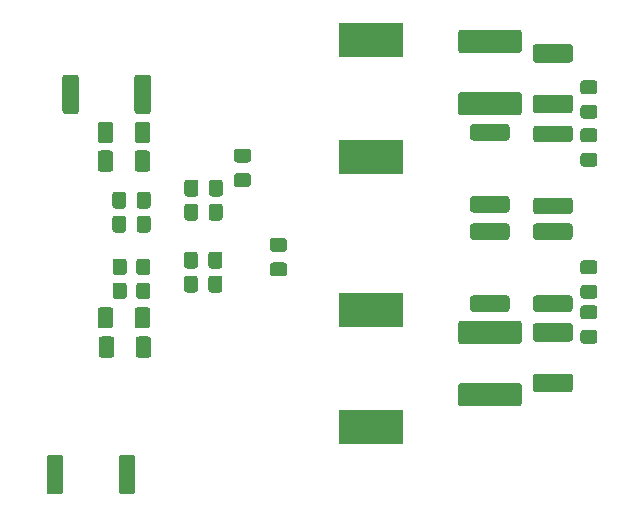
<source format=gbr>
%TF.GenerationSoftware,KiCad,Pcbnew,(5.1.9)-1*%
%TF.CreationDate,2021-11-30T23:52:57-06:00*%
%TF.ProjectId,Discrete_Channel,44697363-7265-4746-955f-4368616e6e65,rev?*%
%TF.SameCoordinates,Original*%
%TF.FileFunction,Paste,Bot*%
%TF.FilePolarity,Positive*%
%FSLAX46Y46*%
G04 Gerber Fmt 4.6, Leading zero omitted, Abs format (unit mm)*
G04 Created by KiCad (PCBNEW (5.1.9)-1) date 2021-11-30 23:52:57*
%MOMM*%
%LPD*%
G01*
G04 APERTURE LIST*
%ADD10R,5.400000X2.900000*%
G04 APERTURE END LIST*
%TO.C,C16*%
G36*
G01*
X136837000Y-80805000D02*
X136837000Y-81755000D01*
G75*
G02*
X136587000Y-82005000I-250000J0D01*
G01*
X135912000Y-82005000D01*
G75*
G02*
X135662000Y-81755000I0J250000D01*
G01*
X135662000Y-80805000D01*
G75*
G02*
X135912000Y-80555000I250000J0D01*
G01*
X136587000Y-80555000D01*
G75*
G02*
X136837000Y-80805000I0J-250000D01*
G01*
G37*
G36*
G01*
X138912000Y-80805000D02*
X138912000Y-81755000D01*
G75*
G02*
X138662000Y-82005000I-250000J0D01*
G01*
X137987000Y-82005000D01*
G75*
G02*
X137737000Y-81755000I0J250000D01*
G01*
X137737000Y-80805000D01*
G75*
G02*
X137987000Y-80555000I250000J0D01*
G01*
X138662000Y-80555000D01*
G75*
G02*
X138912000Y-80805000I0J-250000D01*
G01*
G37*
%TD*%
%TO.C,C9*%
G36*
G01*
X135662000Y-79723000D02*
X135662000Y-78773000D01*
G75*
G02*
X135912000Y-78523000I250000J0D01*
G01*
X136587000Y-78523000D01*
G75*
G02*
X136837000Y-78773000I0J-250000D01*
G01*
X136837000Y-79723000D01*
G75*
G02*
X136587000Y-79973000I-250000J0D01*
G01*
X135912000Y-79973000D01*
G75*
G02*
X135662000Y-79723000I0J250000D01*
G01*
G37*
G36*
G01*
X137737000Y-79723000D02*
X137737000Y-78773000D01*
G75*
G02*
X137987000Y-78523000I250000J0D01*
G01*
X138662000Y-78523000D01*
G75*
G02*
X138912000Y-78773000I0J-250000D01*
G01*
X138912000Y-79723000D01*
G75*
G02*
X138662000Y-79973000I-250000J0D01*
G01*
X137987000Y-79973000D01*
G75*
G02*
X137737000Y-79723000I0J250000D01*
G01*
G37*
%TD*%
%TO.C,C3*%
G36*
G01*
X142911500Y-85885000D02*
X142911500Y-86835000D01*
G75*
G02*
X142661500Y-87085000I-250000J0D01*
G01*
X141986500Y-87085000D01*
G75*
G02*
X141736500Y-86835000I0J250000D01*
G01*
X141736500Y-85885000D01*
G75*
G02*
X141986500Y-85635000I250000J0D01*
G01*
X142661500Y-85635000D01*
G75*
G02*
X142911500Y-85885000I0J-250000D01*
G01*
G37*
G36*
G01*
X144986500Y-85885000D02*
X144986500Y-86835000D01*
G75*
G02*
X144736500Y-87085000I-250000J0D01*
G01*
X144061500Y-87085000D01*
G75*
G02*
X143811500Y-86835000I0J250000D01*
G01*
X143811500Y-85885000D01*
G75*
G02*
X144061500Y-85635000I250000J0D01*
G01*
X144736500Y-85635000D01*
G75*
G02*
X144986500Y-85885000I0J-250000D01*
G01*
G37*
%TD*%
%TO.C,C4*%
G36*
G01*
X145008000Y-79789000D02*
X145008000Y-80739000D01*
G75*
G02*
X144758000Y-80989000I-250000J0D01*
G01*
X144083000Y-80989000D01*
G75*
G02*
X143833000Y-80739000I0J250000D01*
G01*
X143833000Y-79789000D01*
G75*
G02*
X144083000Y-79539000I250000J0D01*
G01*
X144758000Y-79539000D01*
G75*
G02*
X145008000Y-79789000I0J-250000D01*
G01*
G37*
G36*
G01*
X142933000Y-79789000D02*
X142933000Y-80739000D01*
G75*
G02*
X142683000Y-80989000I-250000J0D01*
G01*
X142008000Y-80989000D01*
G75*
G02*
X141758000Y-80739000I0J250000D01*
G01*
X141758000Y-79789000D01*
G75*
G02*
X142008000Y-79539000I250000J0D01*
G01*
X142683000Y-79539000D01*
G75*
G02*
X142933000Y-79789000I0J-250000D01*
G01*
G37*
%TD*%
%TO.C,C5*%
G36*
G01*
X142954500Y-77757000D02*
X142954500Y-78707000D01*
G75*
G02*
X142704500Y-78957000I-250000J0D01*
G01*
X142029500Y-78957000D01*
G75*
G02*
X141779500Y-78707000I0J250000D01*
G01*
X141779500Y-77757000D01*
G75*
G02*
X142029500Y-77507000I250000J0D01*
G01*
X142704500Y-77507000D01*
G75*
G02*
X142954500Y-77757000I0J-250000D01*
G01*
G37*
G36*
G01*
X145029500Y-77757000D02*
X145029500Y-78707000D01*
G75*
G02*
X144779500Y-78957000I-250000J0D01*
G01*
X144104500Y-78957000D01*
G75*
G02*
X143854500Y-78707000I0J250000D01*
G01*
X143854500Y-77757000D01*
G75*
G02*
X144104500Y-77507000I250000J0D01*
G01*
X144779500Y-77507000D01*
G75*
G02*
X145029500Y-77757000I0J-250000D01*
G01*
G37*
%TD*%
%TO.C,C6*%
G36*
G01*
X135840500Y-91043998D02*
X135840500Y-92344002D01*
G75*
G02*
X135590502Y-92594000I-249998J0D01*
G01*
X134765498Y-92594000D01*
G75*
G02*
X134515500Y-92344002I0J249998D01*
G01*
X134515500Y-91043998D01*
G75*
G02*
X134765498Y-90794000I249998J0D01*
G01*
X135590502Y-90794000D01*
G75*
G02*
X135840500Y-91043998I0J-249998D01*
G01*
G37*
G36*
G01*
X138965500Y-91043998D02*
X138965500Y-92344002D01*
G75*
G02*
X138715502Y-92594000I-249998J0D01*
G01*
X137890498Y-92594000D01*
G75*
G02*
X137640500Y-92344002I0J249998D01*
G01*
X137640500Y-91043998D01*
G75*
G02*
X137890498Y-90794000I249998J0D01*
G01*
X138715502Y-90794000D01*
G75*
G02*
X138965500Y-91043998I0J-249998D01*
G01*
G37*
%TD*%
%TO.C,C7*%
G36*
G01*
X144986500Y-83853000D02*
X144986500Y-84803000D01*
G75*
G02*
X144736500Y-85053000I-250000J0D01*
G01*
X144061500Y-85053000D01*
G75*
G02*
X143811500Y-84803000I0J250000D01*
G01*
X143811500Y-83853000D01*
G75*
G02*
X144061500Y-83603000I250000J0D01*
G01*
X144736500Y-83603000D01*
G75*
G02*
X144986500Y-83853000I0J-250000D01*
G01*
G37*
G36*
G01*
X142911500Y-83853000D02*
X142911500Y-84803000D01*
G75*
G02*
X142661500Y-85053000I-250000J0D01*
G01*
X141986500Y-85053000D01*
G75*
G02*
X141736500Y-84803000I0J250000D01*
G01*
X141736500Y-83853000D01*
G75*
G02*
X141986500Y-83603000I250000J0D01*
G01*
X142661500Y-83603000D01*
G75*
G02*
X142911500Y-83853000I0J-250000D01*
G01*
G37*
%TD*%
%TO.C,C8*%
G36*
G01*
X138877000Y-72882998D02*
X138877000Y-74183002D01*
G75*
G02*
X138627002Y-74433000I-249998J0D01*
G01*
X137801998Y-74433000D01*
G75*
G02*
X137552000Y-74183002I0J249998D01*
G01*
X137552000Y-72882998D01*
G75*
G02*
X137801998Y-72633000I249998J0D01*
G01*
X138627002Y-72633000D01*
G75*
G02*
X138877000Y-72882998I0J-249998D01*
G01*
G37*
G36*
G01*
X135752000Y-72882998D02*
X135752000Y-74183002D01*
G75*
G02*
X135502002Y-74433000I-249998J0D01*
G01*
X134676998Y-74433000D01*
G75*
G02*
X134427000Y-74183002I0J249998D01*
G01*
X134427000Y-72882998D01*
G75*
G02*
X134676998Y-72633000I249998J0D01*
G01*
X135502002Y-72633000D01*
G75*
G02*
X135752000Y-72882998I0J-249998D01*
G01*
G37*
%TD*%
%TO.C,C14*%
G36*
G01*
X138877000Y-88567498D02*
X138877000Y-89867502D01*
G75*
G02*
X138627002Y-90117500I-249998J0D01*
G01*
X137801998Y-90117500D01*
G75*
G02*
X137552000Y-89867502I0J249998D01*
G01*
X137552000Y-88567498D01*
G75*
G02*
X137801998Y-88317500I249998J0D01*
G01*
X138627002Y-88317500D01*
G75*
G02*
X138877000Y-88567498I0J-249998D01*
G01*
G37*
G36*
G01*
X135752000Y-88567498D02*
X135752000Y-89867502D01*
G75*
G02*
X135502002Y-90117500I-249998J0D01*
G01*
X134676998Y-90117500D01*
G75*
G02*
X134427000Y-89867502I0J249998D01*
G01*
X134427000Y-88567498D01*
G75*
G02*
X134676998Y-88317500I249998J0D01*
G01*
X135502002Y-88317500D01*
G75*
G02*
X135752000Y-88567498I0J-249998D01*
G01*
G37*
%TD*%
%TO.C,C15*%
G36*
G01*
X135752000Y-75295998D02*
X135752000Y-76596002D01*
G75*
G02*
X135502002Y-76846000I-249998J0D01*
G01*
X134676998Y-76846000D01*
G75*
G02*
X134427000Y-76596002I0J249998D01*
G01*
X134427000Y-75295998D01*
G75*
G02*
X134676998Y-75046000I249998J0D01*
G01*
X135502002Y-75046000D01*
G75*
G02*
X135752000Y-75295998I0J-249998D01*
G01*
G37*
G36*
G01*
X138877000Y-75295998D02*
X138877000Y-76596002D01*
G75*
G02*
X138627002Y-76846000I-249998J0D01*
G01*
X137801998Y-76846000D01*
G75*
G02*
X137552000Y-76596002I0J249998D01*
G01*
X137552000Y-75295998D01*
G75*
G02*
X137801998Y-75046000I249998J0D01*
G01*
X138627002Y-75046000D01*
G75*
G02*
X138877000Y-75295998I0J-249998D01*
G01*
G37*
%TD*%
%TO.C,C23*%
G36*
G01*
X150208000Y-83624000D02*
X149258000Y-83624000D01*
G75*
G02*
X149008000Y-83374000I0J250000D01*
G01*
X149008000Y-82699000D01*
G75*
G02*
X149258000Y-82449000I250000J0D01*
G01*
X150208000Y-82449000D01*
G75*
G02*
X150458000Y-82699000I0J-250000D01*
G01*
X150458000Y-83374000D01*
G75*
G02*
X150208000Y-83624000I-250000J0D01*
G01*
G37*
G36*
G01*
X150208000Y-85699000D02*
X149258000Y-85699000D01*
G75*
G02*
X149008000Y-85449000I0J250000D01*
G01*
X149008000Y-84774000D01*
G75*
G02*
X149258000Y-84524000I250000J0D01*
G01*
X150208000Y-84524000D01*
G75*
G02*
X150458000Y-84774000I0J-250000D01*
G01*
X150458000Y-85449000D01*
G75*
G02*
X150208000Y-85699000I-250000J0D01*
G01*
G37*
%TD*%
%TO.C,C25*%
G36*
G01*
X146210000Y-74892500D02*
X147160000Y-74892500D01*
G75*
G02*
X147410000Y-75142500I0J-250000D01*
G01*
X147410000Y-75817500D01*
G75*
G02*
X147160000Y-76067500I-250000J0D01*
G01*
X146210000Y-76067500D01*
G75*
G02*
X145960000Y-75817500I0J250000D01*
G01*
X145960000Y-75142500D01*
G75*
G02*
X146210000Y-74892500I250000J0D01*
G01*
G37*
G36*
G01*
X146210000Y-76967500D02*
X147160000Y-76967500D01*
G75*
G02*
X147410000Y-77217500I0J-250000D01*
G01*
X147410000Y-77892500D01*
G75*
G02*
X147160000Y-78142500I-250000J0D01*
G01*
X146210000Y-78142500D01*
G75*
G02*
X145960000Y-77892500I0J250000D01*
G01*
X145960000Y-77217500D01*
G75*
G02*
X146210000Y-76967500I250000J0D01*
G01*
G37*
%TD*%
%TO.C,C32*%
G36*
G01*
X175547000Y-69114000D02*
X176497000Y-69114000D01*
G75*
G02*
X176747000Y-69364000I0J-250000D01*
G01*
X176747000Y-70039000D01*
G75*
G02*
X176497000Y-70289000I-250000J0D01*
G01*
X175547000Y-70289000D01*
G75*
G02*
X175297000Y-70039000I0J250000D01*
G01*
X175297000Y-69364000D01*
G75*
G02*
X175547000Y-69114000I250000J0D01*
G01*
G37*
G36*
G01*
X175547000Y-71189000D02*
X176497000Y-71189000D01*
G75*
G02*
X176747000Y-71439000I0J-250000D01*
G01*
X176747000Y-72114000D01*
G75*
G02*
X176497000Y-72364000I-250000J0D01*
G01*
X175547000Y-72364000D01*
G75*
G02*
X175297000Y-72114000I0J250000D01*
G01*
X175297000Y-71439000D01*
G75*
G02*
X175547000Y-71189000I250000J0D01*
G01*
G37*
%TD*%
%TO.C,C33*%
G36*
G01*
X175547000Y-73178000D02*
X176497000Y-73178000D01*
G75*
G02*
X176747000Y-73428000I0J-250000D01*
G01*
X176747000Y-74103000D01*
G75*
G02*
X176497000Y-74353000I-250000J0D01*
G01*
X175547000Y-74353000D01*
G75*
G02*
X175297000Y-74103000I0J250000D01*
G01*
X175297000Y-73428000D01*
G75*
G02*
X175547000Y-73178000I250000J0D01*
G01*
G37*
G36*
G01*
X175547000Y-75253000D02*
X176497000Y-75253000D01*
G75*
G02*
X176747000Y-75503000I0J-250000D01*
G01*
X176747000Y-76178000D01*
G75*
G02*
X176497000Y-76428000I-250000J0D01*
G01*
X175547000Y-76428000D01*
G75*
G02*
X175297000Y-76178000I0J250000D01*
G01*
X175297000Y-75503000D01*
G75*
G02*
X175547000Y-75253000I250000J0D01*
G01*
G37*
%TD*%
%TO.C,C34*%
G36*
G01*
X175547000Y-86429000D02*
X176497000Y-86429000D01*
G75*
G02*
X176747000Y-86679000I0J-250000D01*
G01*
X176747000Y-87354000D01*
G75*
G02*
X176497000Y-87604000I-250000J0D01*
G01*
X175547000Y-87604000D01*
G75*
G02*
X175297000Y-87354000I0J250000D01*
G01*
X175297000Y-86679000D01*
G75*
G02*
X175547000Y-86429000I250000J0D01*
G01*
G37*
G36*
G01*
X175547000Y-84354000D02*
X176497000Y-84354000D01*
G75*
G02*
X176747000Y-84604000I0J-250000D01*
G01*
X176747000Y-85279000D01*
G75*
G02*
X176497000Y-85529000I-250000J0D01*
G01*
X175547000Y-85529000D01*
G75*
G02*
X175297000Y-85279000I0J250000D01*
G01*
X175297000Y-84604000D01*
G75*
G02*
X175547000Y-84354000I250000J0D01*
G01*
G37*
%TD*%
%TO.C,C35*%
G36*
G01*
X175547000Y-88164000D02*
X176497000Y-88164000D01*
G75*
G02*
X176747000Y-88414000I0J-250000D01*
G01*
X176747000Y-89089000D01*
G75*
G02*
X176497000Y-89339000I-250000J0D01*
G01*
X175547000Y-89339000D01*
G75*
G02*
X175297000Y-89089000I0J250000D01*
G01*
X175297000Y-88414000D01*
G75*
G02*
X175547000Y-88164000I250000J0D01*
G01*
G37*
G36*
G01*
X175547000Y-90239000D02*
X176497000Y-90239000D01*
G75*
G02*
X176747000Y-90489000I0J-250000D01*
G01*
X176747000Y-91164000D01*
G75*
G02*
X176497000Y-91414000I-250000J0D01*
G01*
X175547000Y-91414000D01*
G75*
G02*
X175297000Y-91164000I0J250000D01*
G01*
X175297000Y-90489000D01*
G75*
G02*
X175547000Y-90239000I250000J0D01*
G01*
G37*
%TD*%
%TO.C,C38*%
G36*
G01*
X171523998Y-66036000D02*
X174424002Y-66036000D01*
G75*
G02*
X174674000Y-66285998I0J-249998D01*
G01*
X174674000Y-67361002D01*
G75*
G02*
X174424002Y-67611000I-249998J0D01*
G01*
X171523998Y-67611000D01*
G75*
G02*
X171274000Y-67361002I0J249998D01*
G01*
X171274000Y-66285998D01*
G75*
G02*
X171523998Y-66036000I249998J0D01*
G01*
G37*
G36*
G01*
X171523998Y-70311000D02*
X174424002Y-70311000D01*
G75*
G02*
X174674000Y-70560998I0J-249998D01*
G01*
X174674000Y-71636002D01*
G75*
G02*
X174424002Y-71886000I-249998J0D01*
G01*
X171523998Y-71886000D01*
G75*
G02*
X171274000Y-71636002I0J249998D01*
G01*
X171274000Y-70560998D01*
G75*
G02*
X171523998Y-70311000I249998J0D01*
G01*
G37*
%TD*%
%TO.C,C39*%
G36*
G01*
X171523998Y-93933000D02*
X174424002Y-93933000D01*
G75*
G02*
X174674000Y-94182998I0J-249998D01*
G01*
X174674000Y-95258002D01*
G75*
G02*
X174424002Y-95508000I-249998J0D01*
G01*
X171523998Y-95508000D01*
G75*
G02*
X171274000Y-95258002I0J249998D01*
G01*
X171274000Y-94182998D01*
G75*
G02*
X171523998Y-93933000I249998J0D01*
G01*
G37*
G36*
G01*
X171523998Y-89658000D02*
X174424002Y-89658000D01*
G75*
G02*
X174674000Y-89907998I0J-249998D01*
G01*
X174674000Y-90983002D01*
G75*
G02*
X174424002Y-91233000I-249998J0D01*
G01*
X171523998Y-91233000D01*
G75*
G02*
X171274000Y-90983002I0J249998D01*
G01*
X171274000Y-89907998D01*
G75*
G02*
X171523998Y-89658000I249998J0D01*
G01*
G37*
%TD*%
D10*
%TO.C,L3*%
X157607000Y-65662000D03*
X157607000Y-75562000D03*
%TD*%
%TO.C,L5*%
X157607000Y-98422000D03*
X157607000Y-88522000D03*
%TD*%
%TO.C,R3*%
G36*
G01*
X136887000Y-84449499D02*
X136887000Y-85349501D01*
G75*
G02*
X136637001Y-85599500I-249999J0D01*
G01*
X135936999Y-85599500D01*
G75*
G02*
X135687000Y-85349501I0J249999D01*
G01*
X135687000Y-84449499D01*
G75*
G02*
X135936999Y-84199500I249999J0D01*
G01*
X136637001Y-84199500D01*
G75*
G02*
X136887000Y-84449499I0J-249999D01*
G01*
G37*
G36*
G01*
X138887000Y-84449499D02*
X138887000Y-85349501D01*
G75*
G02*
X138637001Y-85599500I-249999J0D01*
G01*
X137936999Y-85599500D01*
G75*
G02*
X137687000Y-85349501I0J249999D01*
G01*
X137687000Y-84449499D01*
G75*
G02*
X137936999Y-84199500I249999J0D01*
G01*
X138637001Y-84199500D01*
G75*
G02*
X138887000Y-84449499I0J-249999D01*
G01*
G37*
%TD*%
%TO.C,R4*%
G36*
G01*
X138887000Y-86481499D02*
X138887000Y-87381501D01*
G75*
G02*
X138637001Y-87631500I-249999J0D01*
G01*
X137936999Y-87631500D01*
G75*
G02*
X137687000Y-87381501I0J249999D01*
G01*
X137687000Y-86481499D01*
G75*
G02*
X137936999Y-86231500I249999J0D01*
G01*
X138637001Y-86231500D01*
G75*
G02*
X138887000Y-86481499I0J-249999D01*
G01*
G37*
G36*
G01*
X136887000Y-86481499D02*
X136887000Y-87381501D01*
G75*
G02*
X136637001Y-87631500I-249999J0D01*
G01*
X135936999Y-87631500D01*
G75*
G02*
X135687000Y-87381501I0J249999D01*
G01*
X135687000Y-86481499D01*
G75*
G02*
X135936999Y-86231500I249999J0D01*
G01*
X136637001Y-86231500D01*
G75*
G02*
X136887000Y-86481499I0J-249999D01*
G01*
G37*
%TD*%
%TO.C,C36*%
G36*
G01*
X165189998Y-64828000D02*
X170090002Y-64828000D01*
G75*
G02*
X170340000Y-65077998I0J-249998D01*
G01*
X170340000Y-66553002D01*
G75*
G02*
X170090002Y-66803000I-249998J0D01*
G01*
X165189998Y-66803000D01*
G75*
G02*
X164940000Y-66553002I0J249998D01*
G01*
X164940000Y-65077998D01*
G75*
G02*
X165189998Y-64828000I249998J0D01*
G01*
G37*
G36*
G01*
X165189998Y-70103000D02*
X170090002Y-70103000D01*
G75*
G02*
X170340000Y-70352998I0J-249998D01*
G01*
X170340000Y-71828002D01*
G75*
G02*
X170090002Y-72078000I-249998J0D01*
G01*
X165189998Y-72078000D01*
G75*
G02*
X164940000Y-71828002I0J249998D01*
G01*
X164940000Y-70352998D01*
G75*
G02*
X165189998Y-70103000I249998J0D01*
G01*
G37*
%TD*%
%TO.C,C37*%
G36*
G01*
X165189998Y-94741000D02*
X170090002Y-94741000D01*
G75*
G02*
X170340000Y-94990998I0J-249998D01*
G01*
X170340000Y-96466002D01*
G75*
G02*
X170090002Y-96716000I-249998J0D01*
G01*
X165189998Y-96716000D01*
G75*
G02*
X164940000Y-96466002I0J249998D01*
G01*
X164940000Y-94990998D01*
G75*
G02*
X165189998Y-94741000I249998J0D01*
G01*
G37*
G36*
G01*
X165189998Y-89466000D02*
X170090002Y-89466000D01*
G75*
G02*
X170340000Y-89715998I0J-249998D01*
G01*
X170340000Y-91191002D01*
G75*
G02*
X170090002Y-91441000I-249998J0D01*
G01*
X165189998Y-91441000D01*
G75*
G02*
X164940000Y-91191002I0J249998D01*
G01*
X164940000Y-89715998D01*
G75*
G02*
X165189998Y-89466000I249998J0D01*
G01*
G37*
%TD*%
%TO.C,R1*%
G36*
G01*
X131508000Y-101063999D02*
X131508000Y-103914001D01*
G75*
G02*
X131258001Y-104164000I-249999J0D01*
G01*
X130357999Y-104164000D01*
G75*
G02*
X130108000Y-103914001I0J249999D01*
G01*
X130108000Y-101063999D01*
G75*
G02*
X130357999Y-100814000I249999J0D01*
G01*
X131258001Y-100814000D01*
G75*
G02*
X131508000Y-101063999I0J-249999D01*
G01*
G37*
G36*
G01*
X137608000Y-101063999D02*
X137608000Y-103914001D01*
G75*
G02*
X137358001Y-104164000I-249999J0D01*
G01*
X136457999Y-104164000D01*
G75*
G02*
X136208000Y-103914001I0J249999D01*
G01*
X136208000Y-101063999D01*
G75*
G02*
X136457999Y-100814000I249999J0D01*
G01*
X137358001Y-100814000D01*
G75*
G02*
X137608000Y-101063999I0J-249999D01*
G01*
G37*
%TD*%
%TO.C,R2*%
G36*
G01*
X138941500Y-68869499D02*
X138941500Y-71719501D01*
G75*
G02*
X138691501Y-71969500I-249999J0D01*
G01*
X137791499Y-71969500D01*
G75*
G02*
X137541500Y-71719501I0J249999D01*
G01*
X137541500Y-68869499D01*
G75*
G02*
X137791499Y-68619500I249999J0D01*
G01*
X138691501Y-68619500D01*
G75*
G02*
X138941500Y-68869499I0J-249999D01*
G01*
G37*
G36*
G01*
X132841500Y-68869499D02*
X132841500Y-71719501D01*
G75*
G02*
X132591501Y-71969500I-249999J0D01*
G01*
X131691499Y-71969500D01*
G75*
G02*
X131441500Y-71719501I0J249999D01*
G01*
X131441500Y-68869499D01*
G75*
G02*
X131691499Y-68619500I249999J0D01*
G01*
X132591501Y-68619500D01*
G75*
G02*
X132841500Y-68869499I0J-249999D01*
G01*
G37*
%TD*%
%TO.C,R13*%
G36*
G01*
X166214999Y-78915000D02*
X169065001Y-78915000D01*
G75*
G02*
X169315000Y-79164999I0J-249999D01*
G01*
X169315000Y-80065001D01*
G75*
G02*
X169065001Y-80315000I-249999J0D01*
G01*
X166214999Y-80315000D01*
G75*
G02*
X165965000Y-80065001I0J249999D01*
G01*
X165965000Y-79164999D01*
G75*
G02*
X166214999Y-78915000I249999J0D01*
G01*
G37*
G36*
G01*
X166214999Y-72815000D02*
X169065001Y-72815000D01*
G75*
G02*
X169315000Y-73064999I0J-249999D01*
G01*
X169315000Y-73965001D01*
G75*
G02*
X169065001Y-74215000I-249999J0D01*
G01*
X166214999Y-74215000D01*
G75*
G02*
X165965000Y-73965001I0J249999D01*
G01*
X165965000Y-73064999D01*
G75*
G02*
X166214999Y-72815000I249999J0D01*
G01*
G37*
%TD*%
%TO.C,R14*%
G36*
G01*
X166214999Y-81213000D02*
X169065001Y-81213000D01*
G75*
G02*
X169315000Y-81462999I0J-249999D01*
G01*
X169315000Y-82363001D01*
G75*
G02*
X169065001Y-82613000I-249999J0D01*
G01*
X166214999Y-82613000D01*
G75*
G02*
X165965000Y-82363001I0J249999D01*
G01*
X165965000Y-81462999D01*
G75*
G02*
X166214999Y-81213000I249999J0D01*
G01*
G37*
G36*
G01*
X166214999Y-87313000D02*
X169065001Y-87313000D01*
G75*
G02*
X169315000Y-87562999I0J-249999D01*
G01*
X169315000Y-88463001D01*
G75*
G02*
X169065001Y-88713000I-249999J0D01*
G01*
X166214999Y-88713000D01*
G75*
G02*
X165965000Y-88463001I0J249999D01*
G01*
X165965000Y-87562999D01*
G75*
G02*
X166214999Y-87313000I249999J0D01*
G01*
G37*
%TD*%
%TO.C,R15*%
G36*
G01*
X174399001Y-80442000D02*
X171548999Y-80442000D01*
G75*
G02*
X171299000Y-80192001I0J249999D01*
G01*
X171299000Y-79291999D01*
G75*
G02*
X171548999Y-79042000I249999J0D01*
G01*
X174399001Y-79042000D01*
G75*
G02*
X174649000Y-79291999I0J-249999D01*
G01*
X174649000Y-80192001D01*
G75*
G02*
X174399001Y-80442000I-249999J0D01*
G01*
G37*
G36*
G01*
X174399001Y-74342000D02*
X171548999Y-74342000D01*
G75*
G02*
X171299000Y-74092001I0J249999D01*
G01*
X171299000Y-73191999D01*
G75*
G02*
X171548999Y-72942000I249999J0D01*
G01*
X174399001Y-72942000D01*
G75*
G02*
X174649000Y-73191999I0J-249999D01*
G01*
X174649000Y-74092001D01*
G75*
G02*
X174399001Y-74342000I-249999J0D01*
G01*
G37*
%TD*%
%TO.C,R16*%
G36*
G01*
X174399001Y-82615000D02*
X171548999Y-82615000D01*
G75*
G02*
X171299000Y-82365001I0J249999D01*
G01*
X171299000Y-81464999D01*
G75*
G02*
X171548999Y-81215000I249999J0D01*
G01*
X174399001Y-81215000D01*
G75*
G02*
X174649000Y-81464999I0J-249999D01*
G01*
X174649000Y-82365001D01*
G75*
G02*
X174399001Y-82615000I-249999J0D01*
G01*
G37*
G36*
G01*
X174399001Y-88715000D02*
X171548999Y-88715000D01*
G75*
G02*
X171299000Y-88465001I0J249999D01*
G01*
X171299000Y-87564999D01*
G75*
G02*
X171548999Y-87315000I249999J0D01*
G01*
X174399001Y-87315000D01*
G75*
G02*
X174649000Y-87564999I0J-249999D01*
G01*
X174649000Y-88465001D01*
G75*
G02*
X174399001Y-88715000I-249999J0D01*
G01*
G37*
%TD*%
M02*

</source>
